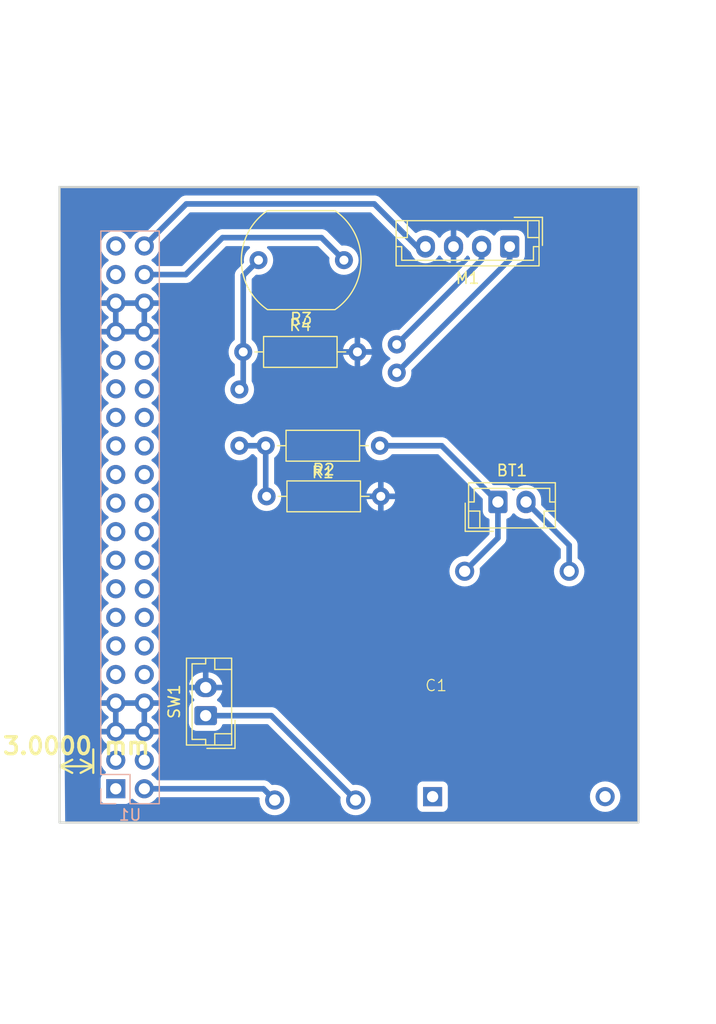
<source format=kicad_pcb>
(kicad_pcb (version 20221018) (generator pcbnew)
  (layers (0 "F.Cu" signal) (31 "B.Cu" signal) (34 "B.Paste" user) (35 "F.Paste" user) (36 "B.SilkS" user "B.Silkscreen") (37 "F.SilkS" user "F.Silkscreen") (38 "B.Mask" user) (39 "F.Mask" user) (44 "Edge.Cuts" user))
  (net 0 "")
  (net 1 "Net-(BT1-+)")
  (net 2 "Net-(BT1--)")
  (net 5 "+5V")
  (net 6 "Net-(C1-OUT-)")
  (net 7 "I2C_SDA")
  (net 8 "I2C_SCL")
  (net 9 "GND")
  (net 10 "BAT_SENSE")
  (net 11 "+3.3V")
  (net 12 "LDR_OUT")
  (footprint "Custom Library:TP4056+Step Up Module" (layer "F.Cu") (at 155.5 117.32)
    (fp_text reference "C1" (at 0 0 unlocked) (layer "F.SilkS") (effects (font (thickness 0.1))))
    (fp_text value "CHRG + STEP UP MODULE")
    (pad "1" thru_hole rect (at -0.31 9.88) (size 1.7 1.7) (drill 1) (layers "*.Cu" "*.Mask"))
    (pad "2" thru_hole oval (at 15.04 9.88) (size 1.7 1.7) (drill 1) (layers "*.Cu" "*.Mask"))
    (pad "3" thru_hole oval (at 2.54 -10.16) (size 1.7 1.7) (drill 1) (layers "*.Cu" "*.Mask") (net 1 "Net-(BT1-+)"))
    (pad "4" thru_hole oval (at 11.84 -10.16) (size 1.7 1.7) (drill 1) (layers "*.Cu" "*.Mask") (net 2 "Net-(BT1--)"))
    (pad "5" thru_hole oval (at -14.36 10.18) (size 1.7 1.7) (drill 1) (layers "*.Cu" "*.Mask") (net 5 "+5V"))
    (pad "6" thru_hole oval (at -7.16 10.18) (size 1.7 1.7) (drill 1) (layers "*.Cu" "*.Mask") (net 6 "Net-(C1-OUT-)"))
  )
  (footprint "Connector_JST:JST_EH_B4B-EH-A_1x04_P2.50mm_Vertical" (layer "F.Cu") (at 162.05 78.3 180)
    (fp_text reference "M1" (at 3.75 -2.8) (layer "F.SilkS"))
    (fp_text value "MLX90614")
    (fp_line (start -2.91 0.11) (end -2.91 2.61) (stroke (width 0.12)) (layer "F.SilkS"))
    (fp_line (start -2.91 2.61) (end -0.41 2.61) (stroke (width 0.12)) (layer "F.SilkS"))
    (fp_line (start -2.61 -1.71) (end -2.61 2.31) (stroke (width 0.12)) (layer "F.SilkS"))
    (fp_line (start -2.61 0) (end -2.11 0) (stroke (width 0.12)) (layer "F.SilkS"))
    (fp_line (start -2.61 0.81) (end -1.61 0.81) (stroke (width 0.12)) (layer "F.SilkS"))
    (fp_line (start -2.61 2.31) (end 10.11 2.31) (stroke (width 0.12)) (layer "F.SilkS"))
    (fp_line (start -2.11 -1.21) (end 9.61 -1.21) (stroke (width 0.12)) (layer "F.SilkS"))
    (fp_line (start -2.11 0) (end -2.11 -1.21) (stroke (width 0.12)) (layer "F.SilkS"))
    (fp_line (start -1.61 0.81) (end -1.61 2.31) (stroke (width 0.12)) (layer "F.SilkS"))
    (fp_line (start 9.11 0.81) (end 9.11 2.31) (stroke (width 0.12)) (layer "F.SilkS"))
    (fp_line (start 9.61 -1.21) (end 9.61 0) (stroke (width 0.12)) (layer "F.SilkS"))
    (fp_line (start 9.61 0) (end 10.11 0) (stroke (width 0.12)) (layer "F.SilkS"))
    (fp_line (start 10.11 -1.71) (end -2.61 -1.71) (stroke (width 0.12)) (layer "F.SilkS"))
    (fp_line (start 10.11 0.81) (end 9.11 0.81) (stroke (width 0.12)) (layer "F.SilkS"))
    (fp_line (start 10.11 2.31) (end 10.11 -1.71) (stroke (width 0.12)) (layer "F.SilkS"))
    (pad "1" thru_hole roundrect (at 0 0 180) (size 1.7 1.95) (drill 0.95) (layers "*.Cu" "*.Mask") (roundrect_rratio 0.147059) (net 7 "I2C_SDA"))
    (pad "2" thru_hole oval (at 2.5 0 180) (size 1.7 1.95) (drill 0.95) (layers "*.Cu" "*.Mask") (net 8 "I2C_SCL"))
    (pad "3" thru_hole oval (at 5 0 180) (size 1.7 1.95) (drill 0.95) (layers "*.Cu" "*.Mask") (net 9 "GND"))
    (pad "4" thru_hole oval (at 7.5 0 180) (size 1.7 1.95) (drill 0.95) (layers "*.Cu" "*.Mask") (net 5 "+5V"))
  )
  (footprint "OptoDevice:R_LDR_10x8.5mm_P7.6mm_Vertical" (layer "F.Cu") (at 147.3 79.5 180)
    (fp_text reference "R3" (at 3.8 -5.2) (layer "F.SilkS"))
    (fp_text value "LDR03")
    (fp_line (start 0.8 -4.4) (end 6.8 -4.4) (stroke (width 0.12)) (layer "F.SilkS"))
    (fp_line (start 0.8 4.4) (end 6.8 4.4) (stroke (width 0.12)) (layer "F.SilkS"))
    (fp_arc (start 0.8 4.4) (mid -1.525374 0.019809) (end 0.76735 -4.37756) (stroke (width 0.12)) (layer "F.SilkS"))
    (fp_arc (start 6.8 -4.4) (mid 9.125374 -0.019809) (end 6.83265 4.37756) (stroke (width 0.12)) (layer "F.SilkS"))
    (pad "1" thru_hole circle (at 0 0 180) (size 1.6 1.6) (drill 0.8) (layers "*.Cu" "*.Mask") (net 11 "+3.3V"))
    (pad "2" thru_hole circle (at 7.6 0 180) (size 1.6 1.6) (drill 0.8) (layers "*.Cu" "*.Mask") (net 12 "LDR_OUT"))
  )
  (footprint "Connector_JST:JST_EH_B2B-EH-A_1x02_P2.50mm_Vertical" (layer "F.Cu") (at 161 101)
    (fp_text reference "BT1" (at 1.25 -2.8) (layer "F.SilkS"))
    (fp_text value "18650 LiIon")
    (fp_line (start -2.91 0.11) (end -2.91 2.61) (stroke (width 0.12)) (layer "F.SilkS"))
    (fp_line (start -2.91 2.61) (end -0.41 2.61) (stroke (width 0.12)) (layer "F.SilkS"))
    (fp_line (start -2.61 -1.71) (end -2.61 2.31) (stroke (width 0.12)) (layer "F.SilkS"))
    (fp_line (start -2.61 0) (end -2.11 0) (stroke (width 0.12)) (layer "F.SilkS"))
    (fp_line (start -2.61 0.81) (end -1.61 0.81) (stroke (width 0.12)) (layer "F.SilkS"))
    (fp_line (start -2.61 2.31) (end 5.11 2.31) (stroke (width 0.12)) (layer "F.SilkS"))
    (fp_line (start -2.11 -1.21) (end 4.61 -1.21) (stroke (width 0.12)) (layer "F.SilkS"))
    (fp_line (start -2.11 0) (end -2.11 -1.21) (stroke (width 0.12)) (layer "F.SilkS"))
    (fp_line (start -1.61 0.81) (end -1.61 2.31) (stroke (width 0.12)) (layer "F.SilkS"))
    (fp_line (start 4.11 0.81) (end 4.11 2.31) (stroke (width 0.12)) (layer "F.SilkS"))
    (fp_line (start 4.61 -1.21) (end 4.61 0) (stroke (width 0.12)) (layer "F.SilkS"))
    (fp_line (start 4.61 0) (end 5.11 0) (stroke (width 0.12)) (layer "F.SilkS"))
    (fp_line (start 5.11 -1.71) (end -2.61 -1.71) (stroke (width 0.12)) (layer "F.SilkS"))
    (fp_line (start 5.11 0.81) (end 4.11 0.81) (stroke (width 0.12)) (layer "F.SilkS"))
    (fp_line (start 5.11 2.31) (end 5.11 -1.71) (stroke (width 0.12)) (layer "F.SilkS"))
    (pad "1" thru_hole roundrect (at 0 0) (size 1.7 2) (drill 1) (layers "*.Cu" "*.Mask") (roundrect_rratio 0.147059) (net 1 "Net-(BT1-+)"))
    (pad "2" thru_hole oval (at 2.5 0) (size 1.7 2) (drill 1) (layers "*.Cu" "*.Mask") (net 2 "Net-(BT1--)"))
  )
  (footprint "Resistor_THT:R_Axial_DIN0207_L6.3mm_D2.5mm_P10.16mm_Horizontal" (layer "F.Cu") (at 150.5 96 180)
    (fp_text reference "R1" (at 5.08 -2.37) (layer "F.SilkS"))
    (fp_text value "27K")
    (fp_line (start 1.04 0) (end 1.81 0) (stroke (width 0.12)) (layer "F.SilkS"))
    (fp_line (start 1.81 -1.37) (end 1.81 1.37) (stroke (width 0.12)) (layer "F.SilkS"))
    (fp_line (start 1.81 1.37) (end 8.35 1.37) (stroke (width 0.12)) (layer "F.SilkS"))
    (fp_line (start 8.35 -1.37) (end 1.81 -1.37) (stroke (width 0.12)) (layer "F.SilkS"))
    (fp_line (start 8.35 1.37) (end 8.35 -1.37) (stroke (width 0.12)) (layer "F.SilkS"))
    (fp_line (start 9.12 0) (end 8.35 0) (stroke (width 0.12)) (layer "F.SilkS"))
    (pad "1" thru_hole circle (at 0 0 180) (size 1.6 1.6) (drill 0.8) (layers "*.Cu" "*.Mask") (net 1 "Net-(BT1-+)"))
    (pad "2" thru_hole oval (at 10.16 0 180) (size 1.6 1.6) (drill 0.8) (layers "*.Cu" "*.Mask") (net 10 "BAT_SENSE"))
  )
  (footprint "Resistor_THT:R_Axial_DIN0207_L6.3mm_D2.5mm_P10.16mm_Horizontal" (layer "F.Cu") (at 138.34 87.66)
    (fp_text reference "R4" (at 5.08 -2.37) (layer "F.SilkS"))
    (fp_text value "10K")
    (fp_line (start 1.04 0) (end 1.81 0) (stroke (width 0.12)) (layer "F.SilkS"))
    (fp_line (start 1.81 -1.37) (end 1.81 1.37) (stroke (width 0.12)) (layer "F.SilkS"))
    (fp_line (start 1.81 1.37) (end 8.35 1.37) (stroke (width 0.12)) (layer "F.SilkS"))
    (fp_line (start 8.35 -1.37) (end 1.81 -1.37) (stroke (width 0.12)) (layer "F.SilkS"))
    (fp_line (start 8.35 1.37) (end 8.35 -1.37) (stroke (width 0.12)) (layer "F.SilkS"))
    (fp_line (start 9.12 0) (end 8.35 0) (stroke (width 0.12)) (layer "F.SilkS"))
    (pad "1" thru_hole circle (at 0 0) (size 1.6 1.6) (drill 0.8) (layers "*.Cu" "*.Mask") (net 12 "LDR_OUT"))
    (pad "2" thru_hole oval (at 10.16 0) (size 1.6 1.6) (drill 0.8) (layers "*.Cu" "*.Mask") (net 9 "GND"))
  )
  (footprint "Connector_JST:JST_EH_B2B-EH-A_1x02_P2.50mm_Vertical" (layer "F.Cu") (at 135 120 90)
    (fp_text reference "SW1" (at 1.25 -2.8 90) (layer "F.SilkS"))
    (fp_text value "PWR SW")
    (fp_line (start -2.91 0.11) (end -2.91 2.61) (stroke (width 0.12)) (layer "F.SilkS"))
    (fp_line (start -2.91 2.61) (end -0.41 2.61) (stroke (width 0.12)) (layer "F.SilkS"))
    (fp_line (start -2.61 -1.71) (end -2.61 2.31) (stroke (width 0.12)) (layer "F.SilkS"))
    (fp_line (start -2.61 0) (end -2.11 0) (stroke (width 0.12)) (layer "F.SilkS"))
    (fp_line (start -2.61 0.81) (end -1.61 0.81) (stroke (width 0.12)) (layer "F.SilkS"))
    (fp_line (start -2.61 2.31) (end 5.11 2.31) (stroke (width 0.12)) (layer "F.SilkS"))
    (fp_line (start -2.11 -1.21) (end 4.61 -1.21) (stroke (width 0.12)) (layer "F.SilkS"))
    (fp_line (start -2.11 0) (end -2.11 -1.21) (stroke (width 0.12)) (layer "F.SilkS"))
    (fp_line (start -1.61 0.81) (end -1.61 2.31) (stroke (width 0.12)) (layer "F.SilkS"))
    (fp_line (start 4.11 0.81) (end 4.11 2.31) (stroke (width 0.12)) (layer "F.SilkS"))
    (fp_line (start 4.61 -1.21) (end 4.61 0) (stroke (width 0.12)) (layer "F.SilkS"))
    (fp_line (start 4.61 0) (end 5.11 0) (stroke (width 0.12)) (layer "F.SilkS"))
    (fp_line (start 5.11 -1.71) (end -2.61 -1.71) (stroke (width 0.12)) (layer "F.SilkS"))
    (fp_line (start 5.11 0.81) (end 4.11 0.81) (stroke (width 0.12)) (layer "F.SilkS"))
    (fp_line (start 5.11 2.31) (end 5.11 -1.71) (stroke (width 0.12)) (layer "F.SilkS"))
    (pad "1" thru_hole roundrect (at 0 0 90) (size 1.7 2) (drill 1) (layers "*.Cu" "*.Mask") (roundrect_rratio 0.147059) (net 6 "Net-(C1-OUT-)"))
    (pad "2" thru_hole oval (at 2.5 0 90) (size 1.7 2) (drill 1) (layers "*.Cu" "*.Mask") (net 9 "GND"))
  )
  (footprint "Resistor_THT:R_Axial_DIN0207_L6.3mm_D2.5mm_P10.16mm_Horizontal" (layer "F.Cu") (at 140.42 100.5)
    (fp_text reference "R2" (at 5.08 -2.37) (layer "F.SilkS"))
    (fp_text value "100K")
    (fp_line (start 1.04 0) (end 1.81 0) (stroke (width 0.12)) (layer "F.SilkS"))
    (fp_line (start 1.81 -1.37) (end 1.81 1.37) (stroke (width 0.12)) (layer "F.SilkS"))
    (fp_line (start 1.81 1.37) (end 8.35 1.37) (stroke (width 0.12)) (layer "F.SilkS"))
    (fp_line (start 8.35 -1.37) (end 1.81 -1.37) (stroke (width 0.12)) (layer "F.SilkS"))
    (fp_line (start 8.35 1.37) (end 8.35 -1.37) (stroke (width 0.12)) (layer "F.SilkS"))
    (fp_line (start 9.12 0) (end 8.35 0) (stroke (width 0.12)) (layer "F.SilkS"))
    (pad "1" thru_hole circle (at 0 0) (size 1.6 1.6) (drill 0.8) (layers "*.Cu" "*.Mask") (net 10 "BAT_SENSE"))
    (pad "2" thru_hole oval (at 10.16 0) (size 1.6 1.6) (drill 0.8) (layers "*.Cu" "*.Mask") (net 9 "GND"))
  )
  (footprint "Connector_PinHeader_2.54mm:PinHeader_2x20_P2.54mm_Vertical" (layer "B.Cu") (at 127 126.5)
    (fp_text reference "U1" (at 1.27 2.33) (layer "B.SilkS") (effects (justify mirror)))
    (fp_text value "WT32_SC01 ")
    (fp_line (start -1.33 -49.59) (end 3.87 -49.59) (stroke (width 0.12)) (layer "B.SilkS"))
    (fp_line (start -1.33 -1.27) (end -1.33 -49.59) (stroke (width 0.12)) (layer "B.SilkS"))
    (fp_line (start -1.33 -1.27) (end 1.27 -1.27) (stroke (width 0.12)) (layer "B.SilkS"))
    (fp_line (start -1.33 0) (end -1.33 1.33) (stroke (width 0.12)) (layer "B.SilkS"))
    (fp_line (start -1.33 1.33) (end 0 1.33) (stroke (width 0.12)) (layer "B.SilkS"))
    (fp_line (start 1.27 -1.27) (end 1.27 1.33) (stroke (width 0.12)) (layer "B.SilkS"))
    (fp_line (start 1.27 1.33) (end 3.87 1.33) (stroke (width 0.12)) (layer "B.SilkS"))
    (fp_line (start 3.87 1.33) (end 3.87 -49.59) (stroke (width 0.12)) (layer "B.SilkS"))
    (pad "1" thru_hole rect (at 0 0) (size 1.7 1.7) (drill 1) (layers "*.Cu" "*.Mask") (net 5 "+5V"))
    (pad "2" thru_hole oval (at 2.54 0) (size 1.7 1.7) (drill 1) (layers "*.Cu" "*.Mask") (net 5 "+5V"))
    (pad "3" thru_hole oval (at 0 -2.54) (size 1.7 1.7) (drill 1) (layers "*.Cu" "*.Mask") (net 11 "+3.3V"))
    (pad "4" thru_hole oval (at 2.54 -2.54) (size 1.7 1.7) (drill 1) (layers "*.Cu" "*.Mask") (net 11 "+3.3V"))
    (pad "5" thru_hole oval (at 0 -5.08) (size 1.7 1.7) (drill 1) (layers "*.Cu" "*.Mask") (net 9 "GND"))
    (pad "6" thru_hole oval (at 2.54 -5.08) (size 1.7 1.7) (drill 1) (layers "*.Cu" "*.Mask") (net 9 "GND"))
    (pad "7" thru_hole oval (at 0 -7.62) (size 1.7 1.7) (drill 1) (layers "*.Cu" "*.Mask") (net 9 "GND"))
    (pad "8" thru_hole oval (at 2.54 -7.62) (size 1.7 1.7) (drill 1) (layers "*.Cu" "*.Mask") (net 9 "GND"))
    (pad "9" thru_hole oval (at 0 -10.16) (size 1.7 1.7) (drill 1) (layers "*.Cu" "*.Mask"))
    (pad "10" thru_hole oval (at 2.54 -10.16) (size 1.7 1.7) (drill 1) (layers "*.Cu" "*.Mask"))
    (pad "11" thru_hole oval (at 0 -12.7) (size 1.7 1.7) (drill 1) (layers "*.Cu" "*.Mask"))
    (pad "12" thru_hole oval (at 2.54 -12.7) (size 1.7 1.7) (drill 1) (layers "*.Cu" "*.Mask"))
    (pad "13" thru_hole oval (at 0 -15.24) (size 1.7 1.7) (drill 1) (layers "*.Cu" "*.Mask") (net 12 "LDR_OUT"))
    (pad "14" thru_hole oval (at 2.54 -15.24) (size 1.7 1.7) (drill 1) (layers "*.Cu" "*.Mask"))
    (pad "15" thru_hole oval (at 0 -17.78) (size 1.7 1.7) (drill 1) (layers "*.Cu" "*.Mask") (net 8 "I2C_SCL"))
    (pad "16" thru_hole oval (at 2.54 -17.78) (size 1.7 1.7) (drill 1) (layers "*.Cu" "*.Mask"))
    (pad "17" thru_hole oval (at 0 -20.32) (size 1.7 1.7) (drill 1) (layers "*.Cu" "*.Mask") (net 7 "I2C_SDA"))
    (pad "18" thru_hole oval (at 2.54 -20.32) (size 1.7 1.7) (drill 1) (layers "*.Cu" "*.Mask"))
    (pad "19" thru_hole oval (at 0 -22.86) (size 1.7 1.7) (drill 1) (layers "*.Cu" "*.Mask"))
    (pad "20" thru_hole oval (at 2.54 -22.86) (size 1.7 1.7) (drill 1) (layers "*.Cu" "*.Mask"))
    (pad "21" thru_hole oval (at 0 -25.4) (size 1.7 1.7) (drill 1) (layers "*.Cu" "*.Mask"))
    (pad "22" thru_hole oval (at 2.54 -25.4) (size 1.7 1.7) (drill 1) (layers "*.Cu" "*.Mask"))
    (pad "23" thru_hole oval (at 0 -27.94) (size 1.7 1.7) (drill 1) (layers "*.Cu" "*.Mask"))
    (pad "24" thru_hole oval (at 2.54 -27.94) (size 1.7 1.7) (drill 1) (layers "*.Cu" "*.Mask"))
    (pad "25" thru_hole oval (at 0 -30.48) (size 1.7 1.7) (drill 1) (layers "*.Cu" "*.Mask"))
    (pad "26" thru_hole oval (at 2.54 -30.48) (size 1.7 1.7) (drill 1) (layers "*.Cu" "*.Mask"))
    (pad "27" thru_hole oval (at 0 -33.02) (size 1.7 1.7) (drill 1) (layers "*.Cu" "*.Mask"))
    (pad "28" thru_hole oval (at 2.54 -33.02) (size 1.7 1.7) (drill 1) (layers "*.Cu" "*.Mask"))
    (pad "29" thru_hole oval (at 0 -35.56) (size 1.7 1.7) (drill 1) (layers "*.Cu" "*.Mask"))
    (pad "30" thru_hole oval (at 2.54 -35.56) (size 1.7 1.7) (drill 1) (layers "*.Cu" "*.Mask"))
    (pad "31" thru_hole oval (at 0 -38.1) (size 1.7 1.7) (drill 1) (layers "*.Cu" "*.Mask") (net 10 "BAT_SENSE"))
    (pad "32" thru_hole oval (at 2.54 -38.1) (size 1.7 1.7) (drill 1) (layers "*.Cu" "*.Mask"))
    (pad "33" thru_hole oval (at 0 -40.64) (size 1.7 1.7) (drill 1) (layers "*.Cu" "*.Mask") (net 9 "GND"))
    (pad "34" thru_hole oval (at 2.54 -40.64) (size 1.7 1.7) (drill 1) (layers "*.Cu" "*.Mask") (net 9 "GND"))
    (pad "35" thru_hole oval (at 0 -43.18) (size 1.7 1.7) (drill 1) (layers "*.Cu" "*.Mask") (net 9 "GND"))
    (pad "36" thru_hole oval (at 2.54 -43.18) (size 1.7 1.7) (drill 1) (layers "*.Cu" "*.Mask") (net 9 "GND"))
    (pad "37" thru_hole oval (at 0 -45.72) (size 1.7 1.7) (drill 1) (layers "*.Cu" "*.Mask") (net 11 "+3.3V"))
    (pad "38" thru_hole oval (at 2.54 -45.72) (size 1.7 1.7) (drill 1) (layers "*.Cu" "*.Mask") (net 11 "+3.3V"))
    (pad "39" thru_hole oval (at 0 -48.26) (size 1.7 1.7) (drill 1) (layers "*.Cu" "*.Mask") (net 5 "+5V"))
    (pad "40" thru_hole oval (at 2.54 -48.26) (size 1.7 1.7) (drill 1) (layers "*.Cu" "*.Mask") (net 5 "+5V"))
  )
  (gr_rect (start 122 73) (end 173.5 129.5) (stroke (width 0.2)) (fill none) (layer "Edge.Cuts"))
  (dimension (type aligned) (layer "F.SilkS") (pts (xy 122 122.5) (xy 125 122.5)) (height 2) (gr_text "3.0000 mm" (at 123.5 122.7) (layer "F.SilkS") (effects (font (size 1.5 1.5) (thickness 0.3)))) (format (prefix "") (suffix "") (units 3) (units_format 1) (precision 4)) (style (thickness 0.2) (arrow_length 1.27) (text_position_mode 0) (extension_height 0.58642) (extension_offset 0.5) keep_text_aligned))
  (segment (start 156 96) (end 161 101) (width 0.5) (layer "B.Cu") (net 1))
  (segment (start 158.04 107.16) (end 161 104.2) (width 0.5) (layer "B.Cu") (net 1))
  (segment (start 161 104.2) (end 161 101) (width 0.5) (layer "B.Cu") (net 1))
  (segment (start 150.5 96) (end 156 96) (width 0.5) (layer "B.Cu") (net 1))
  (segment (start 167.34 107.16) (end 167.34 104.84) (width 0.5) (layer "B.Cu") (net 2))
  (segment (start 167.34 104.84) (end 163.5 101) (width 0.5) (layer "B.Cu") (net 2))
  (segment (start 153.8 78.3) (end 150 74.5) (width 0.5) (layer "B.Cu") (net 5))
  (segment (start 129.54 126.5) (end 140.14 126.5) (width 0.5) (layer "B.Cu") (net 5))
  (segment (start 140.14 126.5) (end 141.14 127.5) (width 0.5) (layer "B.Cu") (net 5))
  (segment (start 133.28 74.5) (end 129.54 78.24) (width 0.5) (layer "B.Cu") (net 5))
  (segment (start 150 74.5) (end 133.28 74.5) (width 0.5) (layer "B.Cu") (net 5))
  (segment (start 154.55 78.3) (end 153.8 78.3) (width 0.5) (layer "B.Cu") (net 5))
  (segment (start 140.84 120) (end 135 120) (width 0.5) (layer "B.Cu") (net 6))
  (segment (start 148.34 127.5) (end 140.84 120) (width 0.5) (layer "B.Cu") (net 6))
  (via (at 152 89.5) (size 1.6) (drill 0.8) (layers "F.Cu" "B.Cu") (net 7))
  (segment (start 152 89.5) (end 162.05 79.45) (width 0.5) (layer "B.Cu") (net 7))
  (segment (start 162.05 79.45) (end 162.05 78.3) (width 0.5) (layer "B.Cu") (net 7))
  (via (at 152 87) (size 1.6) (drill 0.8) (layers "F.Cu" "B.Cu") (net 8))
  (segment (start 159.55 79.45) (end 152 87) (width 0.5) (layer "B.Cu") (net 8))
  (segment (start 159.55 78.3) (end 159.55 79.45) (width 0.5) (layer "B.Cu") (net 8))
  (via (at 138 96) (size 1.6) (drill 0.8) (layers "F.Cu" "B.Cu") (net 10))
  (segment (start 140.34 96) (end 140.34 100.42) (width 0.5) (layer "B.Cu") (net 10))
  (segment (start 140.34 96) (end 138 96) (width 0.5) (layer "B.Cu") (net 10))
  (segment (start 140.34 100.42) (end 140.42 100.5) (width 0.5) (layer "B.Cu") (net 10))
  (segment (start 145.3 77.5) (end 147.3 79.5) (width 0.5) (layer "B.Cu") (net 11))
  (segment (start 136.5 77.5) (end 145.3 77.5) (width 0.5) (layer "B.Cu") (net 11))
  (segment (start 133.22 80.78) (end 136.5 77.5) (width 0.5) (layer "B.Cu") (net 11))
  (segment (start 129.54 80.78) (end 133.22 80.78) (width 0.5) (layer "B.Cu") (net 11))
  (via (at 138 91) (size 1.6) (drill 0.8) (layers "F.Cu" "B.Cu") (net 12))
  (segment (start 138 91) (end 138.34 90.66) (width 0.5) (layer "B.Cu") (net 12))
  (segment (start 138.34 87.66) (end 138.34 80.86) (width 0.5) (layer "B.Cu") (net 12))
  (segment (start 138.34 87.66) (end 138.34 90.66) (width 0.5) (layer "B.Cu") (net 12))
  (segment (start 138.34 80.86) (end 139.7 79.5) (width 0.5) (layer "B.Cu") (net 12))
  (zone (net 9) (net_name "GND") (layer "B.Cu") (connect_pads (clearance 0.5)) (min_thickness 0.25) (fill yes (thermal_gap 0.5) (thermal_bridge_width 0.5))
    (polygon (pts (xy 122 73) (xy 173.5 73) (xy 173.5 129.5) (xy 122.5 129.5)))
  )
)
</source>
